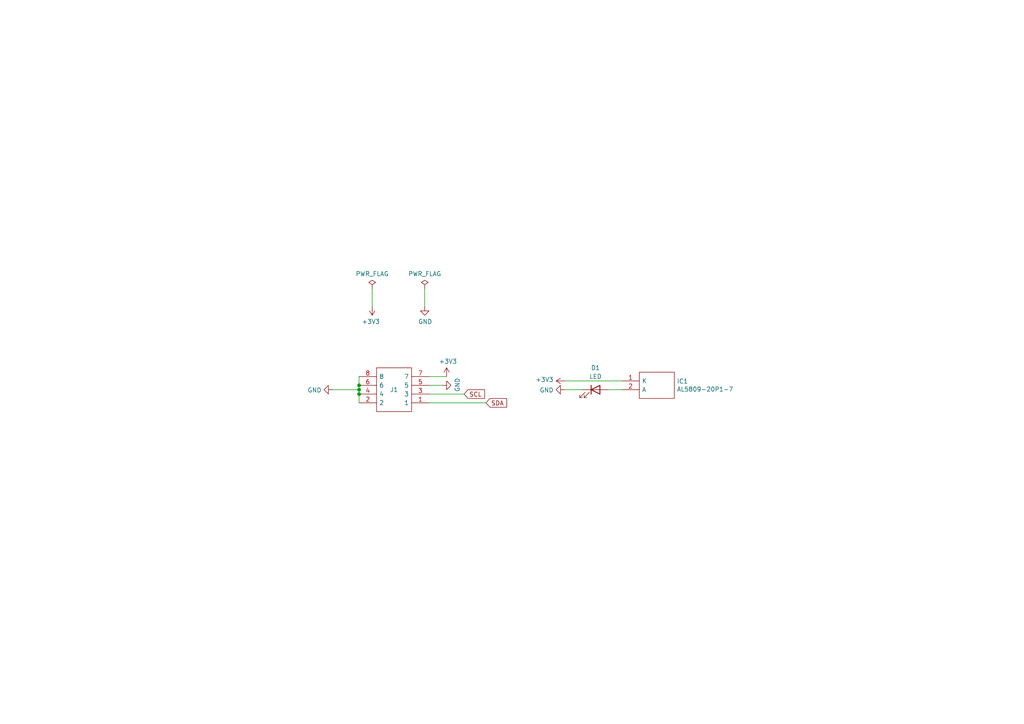
<source format=kicad_sch>
(kicad_sch (version 20211123) (generator eeschema)
  (paper "A4")
  (lib_symbols
    (symbol "Device:LED" (pin_numbers hide) (pin_names (offset 1.016) hide)
      (property "Reference" "D" (at 0 2.54 0))
      (property "Value" "LED" (at 0 -2.54 0))
      (symbol "LED_0_1"
        (polyline (pts (xy -1.27 -1.27) (xy -1.27 1.27)) (stroke (width 0.254)))
        (polyline (pts (xy -1.27 0) (xy 1.27 0)))
        (polyline (pts (xy 1.27 -1.27) (xy 1.27 1.27) (xy -1.27 0) (xy 1.27 -1.27)) (stroke (width 0.254)))
        (polyline (pts (xy -3.048 -0.762) (xy -4.572 -2.286) (xy -3.81 -2.286) (xy -4.572 -2.286) (xy -4.572 -1.524)))
        (polyline (pts (xy -1.778 -0.762) (xy -3.302 -2.286) (xy -2.54 -2.286) (xy -3.302 -2.286) (xy -3.302 -1.524)))
      )
      (symbol "LED_1_1"
        (pin passive line (at -3.81 0 0) (length 2.54) (name "K") (number "1"))
        (pin passive line (at 3.81 0 180) (length 2.54) (name "A") (number "2"))
      )
    )
    (symbol "SamacSys_Parts:AL5809-20P1-7" (pin_names (offset 0.762))
      (property "Reference" "IC" (at 16.51 7.62 0))
      (property "Value" "SamacSys_Parts_AL5809-20P1-7" (at 16.51 5.08 0))
      (symbol "AL5809-20P1-7_0_0"
        (pin passive line (at 0 0 0) (length 5.08) (name "K") (number "1"))
        (pin passive line (at 0 -2.54 0) (length 5.08) (name "A") (number "2"))
      )
      (symbol "AL5809-20P1-7_0_1"
        (polyline (pts (xy 5.08 2.54) (xy 15.24 2.54) (xy 15.24 -5.08) (xy 5.08 -5.08) (xy 5.08 2.54)) (stroke (width 0.1524)))
      )
    )
    (symbol "SamacSys_Parts:TSM-104-02-S-DV-P-TR" (pin_names (offset 0.762))
      (property "Reference" "J" (at 16.51 7.62 0))
      (property "Value" "TSM-104-02-S-DV-P-TR" (at 16.51 5.08 0))
      (symbol "TSM-104-02-S-DV-P-TR_0_0"
        (pin passive line (at 20.32 -7.62 180) (length 5.08) (name "1") (number "1"))
        (pin passive line (at 0 -7.62 0) (length 5.08) (name "2") (number "2"))
        (pin passive line (at 20.32 -5.08 180) (length 5.08) (name "3") (number "3"))
        (pin passive line (at 0 -5.08 0) (length 5.08) (name "4") (number "4"))
        (pin passive line (at 20.32 -2.54 180) (length 5.08) (name "5") (number "5"))
        (pin passive line (at 0 -2.54 0) (length 5.08) (name "6") (number "6"))
        (pin passive line (at 20.32 0 180) (length 5.08) (name "7") (number "7"))
        (pin passive line (at 0 0 0) (length 5.08) (name "8") (number "8"))
      )
      (symbol "TSM-104-02-S-DV-P-TR_0_1"
        (polyline (pts (xy 5.08 2.54) (xy 15.24 2.54) (xy 15.24 -10.16) (xy 5.08 -10.16) (xy 5.08 2.54)) (stroke (width 0.1524)))
      )
    )
    (symbol "power:+3.3V" (power) (pin_names (offset 0))
      (property "Value" "+3.3V" (at 0 3.556 0))
      (symbol "+3.3V_0_1"
        (polyline (pts (xy -0.762 1.27) (xy 0 2.54)))
        (polyline (pts (xy 0 0) (xy 0 2.54)))
        (polyline (pts (xy 0 2.54) (xy 0.762 1.27)))
      )
      (symbol "+3.3V_1_1"
        (pin power_in line (at 0 0 90) (length 0) hide (name "+3V3") (number "1"))
      )
    )
    (symbol "power:GND" (power) (pin_names (offset 0))
      (property "Value" "GND" (at 0 -3.81 0))
      (symbol "GND_0_1"
        (polyline (pts (xy 0 0) (xy 0 -1.27) (xy 1.27 -1.27) (xy 0 -2.54) (xy -1.27 -1.27) (xy 0 -1.27)))
      )
      (symbol "GND_1_1"
        (pin power_in line (at 0 0 270) (length 0) hide (name "GND") (number "1"))
      )
    )
    (symbol "power:PWR_FLAG" (power) (pin_numbers hide) (pin_names (offset 0) hide)
      (property "Value" "PWR_FLAG" (at 0 3.81 0))
      (symbol "PWR_FLAG_0_0"
        (pin power_out line (at 0 0 90) (length 0) (name "pwr") (number "1"))
      )
      (symbol "PWR_FLAG_0_1"
        (polyline (pts (xy 0 0) (xy 0 1.27) (xy -1.016 1.905) (xy 0 2.54) (xy 1.016 1.905) (xy 0 1.27)))
      )
    )
  )
  (junction (at 104.14 114.3))
  (junction (at 104.14 111.76))
  (junction (at 104.14 113.03))
  (wire (pts (xy 96.52 113.03) (xy 104.14 113.03)))
  (wire (pts (xy 104.14 111.76) (xy 104.14 113.03)))
  (wire (pts (xy 176.53 113.03) (xy 180.34 113.03)))
  (wire (pts (xy 104.14 109.22) (xy 104.14 111.76)))
  (wire (pts (xy 140.97 116.84) (xy 124.46 116.84)))
  (wire (pts (xy 123.19 83.82) (xy 123.19 88.9)))
  (wire (pts (xy 104.14 113.03) (xy 104.14 114.3)))
  (wire (pts (xy 104.14 114.3) (xy 104.14 116.84)))
  (wire (pts (xy 124.46 109.22) (xy 129.54 109.22)))
  (wire (pts (xy 128.27 111.76) (xy 124.46 111.76)))
  (wire (pts (xy 134.62 114.3) (xy 124.46 114.3)))
  (wire (pts (xy 163.83 113.03) (xy 168.91 113.03)))
  (wire (pts (xy 107.95 83.82) (xy 107.95 88.9)))
  (wire (pts (xy 163.83 110.49) (xy 180.34 110.49)))
  (global_label "SCL" (shape input) (at 134.62 114.3 0) (property "Intersheet References" "${INTERSHEET_REFS}" (effects hide)))
  (global_label "SDA" (shape input) (at 140.97 116.84 0) (property "Intersheet References" "${INTERSHEET_REFS}" (effects hide)))
  (symbol (lib_id "SamacSys_Parts:TSM-104-02-S-DV-P-TR") (at 104.14 109.22 0) (unit 1)
    (property "Reference" "J1" (at 114.3 113.03 0))
    (property "Value" "TSM-104-02-S-DV-P-TR" (effects hide))
    (property "Footprint" "BinomicaLabs:TSM-104-YY-ZZZ-DV-P-TR" (effects hide))
    (property "Datasheet" "http://suddendocs.samtec.com/prints/tsm-1xx-xx-xxx-xx-x-xxx-x-mkt.pdf" (effects hide))
    (property "Description" "8 Position, Dual-Row, .100&quot; Surface Mount Terminal Strip" (effects hide))
    (property "Manufacturer_Name" "SAMTEC" (effects hide))
    (property "Manufacturer_Part_Number" "TSM-104-02-S-DV-P-TR" (effects hide))
    (property "Arrow Part Number" "TSM-104-02-S-DV-P-TR" (effects hide))
    (property "Arrow Price/Stock" "https://www.arrow.com/en/products/tsm-104-02-s-dv-p-tr/samtec" (effects hide))
    (property "Mouser Part Number" "200-TSM10402SDVPTR" (effects hide))
    (property "Mouser Price/Stock" "https://www.mouser.co.uk/ProductDetail/Samtec/TSM-104-02-S-DV-P-TR?qs=0lQeLiL1qyYnr3uHEjAxRw%3D%3D" (effects hide))
  )
  (symbol (lib_id "power:+3.3V") (at 107.95 88.9 180) (unit 1)
    (property "Reference" "#PWR0101" (effects hide))
    (property "Value" "+3.3V" (at 107.569 93.2942 0))
  )
  (symbol (lib_id "power:GND") (at 123.19 88.9 0) (unit 1)
    (property "Reference" "#PWR0102" (effects hide))
    (property "Value" "GND" (at 123.317 93.2942 0))
  )
  (symbol (lib_id "power:PWR_FLAG") (at 107.95 83.82 0) (unit 1)
    (property "Reference" "#FLG0101" (effects hide))
    (property "Value" "PWR_FLAG" (at 107.95 79.4258 0))
  )
  (symbol (lib_id "power:PWR_FLAG") (at 123.19 83.82 0) (unit 1)
    (property "Reference" "#FLG0102" (effects hide))
    (property "Value" "PWR_FLAG" (at 123.19 79.4258 0))
  )
  (symbol (lib_id "power:+3.3V") (at 129.54 109.22 0) (unit 1)
    (property "Reference" "#PWR0103" (effects hide))
    (property "Value" "+3.3V" (at 129.921 104.8258 0))
  )
  (symbol (lib_id "power:GND") (at 128.27 111.76 90) (unit 1)
    (property "Reference" "#PWR0104" (effects hide))
    (property "Value" "GND" (at 132.6642 111.633 0))
  )
  (symbol (lib_id "SamacSys_Parts:AL5809-20P1-7") (at 180.34 110.49 0) (unit 1)
    (property "Reference" "IC1" (at 196.2912 110.5916 0) (effects (justify left)))
    (property "Value" "AL5809-20P1-7" (at 196.2912 112.903 0) (effects (justify left)))
    (property "Footprint" "BinomicaLabs:AL580920QP17" (effects hide))
    (property "Datasheet" "https://www.diodes.com/assets/Datasheets/AL5809.pdf" (effects hide))
    (property "Description" "LED Lighting Drivers LED HV Int Switch" (effects hide))
    (property "Height" "1" (effects hide))
    (property "Manufacturer_Name" "Diodes Inc." (effects hide))
    (property "Manufacturer_Part_Number" "AL5809-20P1-7" (effects hide))
    (property "Arrow Part Number" "AL5809-20P1-7" (effects hide))
    (property "Arrow Price/Stock" "https://www.arrow.com/en/products/al5809-20p1-7/diodes-incorporated" (effects hide))
    (property "Mouser Part Number" "621-AL5809-20P1-7" (effects hide))
    (property "Mouser Price/Stock" "https://www.mouser.co.uk/ProductDetail/Diodes-Incorporated/AL5809-20P1-7?qs=9BjnSzo86S%252BJEo7jKmhSEQ%3D%3D" (effects hide))
  )
  (symbol (lib_id "Device:LED") (at 172.72 113.03 0) (unit 1)
    (property "Reference" "D1" (at 172.72 106.68 0))
    (property "Value" "LED" (at 172.72 109.22 0))
    (property "Footprint" "MiniSpec2:APD3224SECK-F01" (effects hide))
  )
  (symbol (lib_id "power:GND") (at 163.83 113.03 270) (unit 1)
    (property "Reference" "#PWR?" (effects hide))
    (property "Value" "GND" (at 160.5788 113.157 90) (effects (justify right)))
  )
  (symbol (lib_id "power:+3.3V") (at 163.83 110.49 90) (unit 1)
    (property "Reference" "#PWR?" (effects hide))
    (property "Value" "+3.3V" (at 160.5788 110.109 90) (effects (justify left)))
  )
  (symbol (lib_id "power:GND") (at 96.52 113.03 270) (unit 1)
    (property "Reference" "#PWR?" (effects hide))
    (property "Value" "GND" (at 93.2688 113.157 90) (effects (justify right)))
  )
)
</source>
